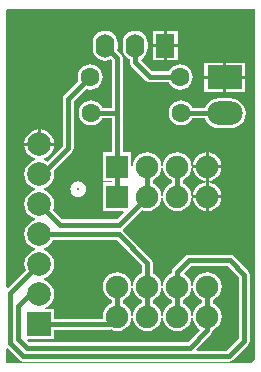
<source format=gtl>
G04 Layer_Physical_Order=1*
G04 Layer_Color=25308*
%FSAX43Y43*%
%MOMM*%
G71*
G01*
G75*
%ADD10C,0.400*%
%ADD11C,0.300*%
%ADD12C,1.905*%
%ADD13R,1.905X1.905*%
%ADD14R,1.905X1.905*%
%ADD15R,2.000X2.000*%
%ADD16C,2.000*%
%ADD17O,3.000X2.000*%
%ADD18R,3.000X2.000*%
%ADD19R,1.600X2.000*%
%ADD20O,1.600X2.000*%
%ADD21C,1.600*%
G36*
X0032303Y0032700D02*
Y0031975D01*
X0032158Y0031915D01*
X0031906Y0031721D01*
X0031712Y0031469D01*
X0031591Y0031176D01*
X0031560Y0030944D01*
X0031432D01*
X0031401Y0031176D01*
X0031280Y0031469D01*
X0031087Y0031721D01*
X0030834Y0031915D01*
X0030541Y0032036D01*
X0030226Y0032078D01*
X0029911Y0032036D01*
X0029618Y0031915D01*
X0029366Y0031721D01*
X0029172Y0031469D01*
X0029051Y0031176D01*
X0029009Y0030861D01*
X0029051Y0030546D01*
X0029172Y0030253D01*
X0029366Y0030000D01*
X0029618Y0029807D01*
X0029763Y0029747D01*
Y0029435D01*
X0029618Y0029375D01*
X0029366Y0029181D01*
X0029172Y0028929D01*
X0029051Y0028636D01*
X0029009Y0028321D01*
X0029019Y0028244D01*
X0028935Y0028149D01*
X0024876D01*
Y0028940D01*
X0024126D01*
X0024101Y0029067D01*
X0024254Y0029131D01*
X0024516Y0029332D01*
X0024717Y0029594D01*
X0024844Y0029899D01*
X0024887Y0030226D01*
X0024844Y0030553D01*
X0024717Y0030858D01*
X0024516Y0031120D01*
X0024254Y0031321D01*
X0023999Y0031427D01*
Y0031565D01*
X0024254Y0031671D01*
X0024516Y0031872D01*
X0024717Y0032134D01*
X0024844Y0032439D01*
X0024887Y0032766D01*
X0024844Y0033093D01*
X0024717Y0033398D01*
X0024516Y0033660D01*
X0024254Y0033861D01*
X0023999Y0033967D01*
Y0034105D01*
X0024254Y0034211D01*
X0024516Y0034412D01*
X0024717Y0034674D01*
X0024788Y0034843D01*
X0030160D01*
X0032303Y0032700D01*
D02*
G37*
G36*
X0036671Y0030546D02*
X0036792Y0030253D01*
X0036986Y0030000D01*
X0037238Y0029807D01*
X0037383Y0029747D01*
Y0029435D01*
X0037238Y0029375D01*
X0036986Y0029181D01*
X0036792Y0028929D01*
X0036671Y0028636D01*
X0036640Y0028404D01*
X0036512D01*
X0036481Y0028636D01*
X0036360Y0028929D01*
X0036167Y0029181D01*
X0035914Y0029375D01*
X0035769Y0029435D01*
Y0029747D01*
X0035914Y0029807D01*
X0036167Y0030000D01*
X0036360Y0030253D01*
X0036481Y0030546D01*
X0036512Y0030778D01*
X0036640D01*
X0036671Y0030546D01*
D02*
G37*
G36*
X0034131Y0040706D02*
X0034252Y0040413D01*
X0034446Y0040160D01*
X0034698Y0039967D01*
X0034843Y0039907D01*
Y0039595D01*
X0034698Y0039535D01*
X0034446Y0039341D01*
X0034252Y0039089D01*
X0034131Y0038796D01*
X0034100Y0038564D01*
X0033972D01*
X0033941Y0038796D01*
X0033820Y0039089D01*
X0033626Y0039341D01*
X0033374Y0039535D01*
X0033229Y0039595D01*
Y0039907D01*
X0033374Y0039967D01*
X0033626Y0040160D01*
X0033820Y0040413D01*
X0033941Y0040706D01*
X0033972Y0040938D01*
X0034100D01*
X0034131Y0040706D01*
D02*
G37*
G36*
X0041874Y0054356D02*
X0041874Y0024684D01*
X0041574Y0024384D01*
X0020918Y0024384D01*
X0020828Y0024474D01*
Y0025582D01*
X0020955Y0025634D01*
X0021933Y0024657D01*
X0021933Y0024657D01*
X0022083Y0024556D01*
X0022260Y0024521D01*
X0022260Y0024521D01*
X0039674D01*
X0039674Y0024521D01*
X0039851Y0024556D01*
X0040001Y0024657D01*
X0041301Y0025957D01*
X0041402Y0026107D01*
X0041437Y0026284D01*
X0041437Y0026284D01*
Y0031884D01*
X0041402Y0032061D01*
X0041301Y0032211D01*
X0041301Y0032211D01*
X0040091Y0033421D01*
X0039941Y0033522D01*
X0039764Y0033557D01*
X0039764Y0033557D01*
X0036284D01*
X0036284Y0033557D01*
X0036107Y0033522D01*
X0035957Y0033421D01*
X0035957Y0033421D01*
X0034979Y0032443D01*
X0034878Y0032293D01*
X0034843Y0032116D01*
X0034843Y0032116D01*
Y0031975D01*
X0034698Y0031915D01*
X0034446Y0031721D01*
X0034252Y0031469D01*
X0034131Y0031176D01*
X0034100Y0030944D01*
X0033972D01*
X0033941Y0031176D01*
X0033820Y0031469D01*
X0033626Y0031721D01*
X0033374Y0031915D01*
X0033229Y0031975D01*
Y0032892D01*
X0033229Y0032892D01*
X0033194Y0033069D01*
X0033093Y0033219D01*
X0033093Y0033219D01*
X0030707Y0035606D01*
X0030698Y0035739D01*
X0030711Y0035765D01*
X0032310Y0037364D01*
X0032451Y0037306D01*
X0032766Y0037264D01*
X0033081Y0037306D01*
X0033374Y0037427D01*
X0033626Y0037620D01*
X0033820Y0037873D01*
X0033941Y0038166D01*
X0033972Y0038398D01*
X0034100D01*
X0034131Y0038166D01*
X0034252Y0037873D01*
X0034446Y0037620D01*
X0034698Y0037427D01*
X0034991Y0037306D01*
X0035306Y0037264D01*
X0035621Y0037306D01*
X0035914Y0037427D01*
X0036167Y0037620D01*
X0036360Y0037873D01*
X0036481Y0038166D01*
X0036512Y0038398D01*
X0036518D01*
Y0038441D01*
X0036523Y0038481D01*
X0036518Y0038521D01*
Y0038564D01*
X0036512D01*
X0036481Y0038796D01*
X0036360Y0039089D01*
X0036167Y0039341D01*
X0035914Y0039535D01*
X0035769Y0039595D01*
Y0039907D01*
X0035914Y0039967D01*
X0036167Y0040160D01*
X0036360Y0040413D01*
X0036481Y0040706D01*
X0036512Y0040938D01*
X0036518D01*
Y0040981D01*
X0036523Y0041021D01*
X0036518Y0041061D01*
Y0041104D01*
X0036512D01*
X0036481Y0041336D01*
X0036360Y0041629D01*
X0036167Y0041881D01*
X0035914Y0042075D01*
X0035621Y0042196D01*
X0035306Y0042238D01*
X0034991Y0042196D01*
X0034698Y0042075D01*
X0034446Y0041881D01*
X0034252Y0041629D01*
X0034131Y0041336D01*
X0034100Y0041104D01*
X0033972D01*
X0033941Y0041336D01*
X0033820Y0041629D01*
X0033626Y0041881D01*
X0033374Y0042075D01*
X0033081Y0042196D01*
X0032766Y0042238D01*
X0032451Y0042196D01*
X0032158Y0042075D01*
X0031906Y0041881D01*
X0031712Y0041629D01*
X0031591Y0041336D01*
X0031560Y0041100D01*
X0031433Y0041108D01*
Y0042227D01*
X0030689D01*
Y0045212D01*
Y0050254D01*
X0030654Y0050431D01*
X0030613Y0050491D01*
X0030553Y0050581D01*
X0030553Y0050581D01*
X0030249Y0050886D01*
X0030273Y0051070D01*
Y0051470D01*
X0030237Y0051745D01*
X0030131Y0052002D01*
X0029962Y0052222D01*
X0029742Y0052391D01*
X0029485Y0052497D01*
X0029210Y0052533D01*
X0028935Y0052497D01*
X0028678Y0052391D01*
X0028458Y0052222D01*
X0028289Y0052002D01*
X0028183Y0051745D01*
X0028147Y0051470D01*
Y0051070D01*
X0028183Y0050795D01*
X0028289Y0050538D01*
X0028458Y0050318D01*
X0028678Y0050149D01*
X0028935Y0050043D01*
X0029210Y0050007D01*
X0029485Y0050043D01*
X0029658Y0050115D01*
X0029763Y0050032D01*
Y0046025D01*
X0028972D01*
X0028935Y0046116D01*
X0028766Y0046336D01*
X0028546Y0046505D01*
X0028289Y0046611D01*
X0028014Y0046647D01*
X0027739Y0046611D01*
X0027482Y0046505D01*
X0027262Y0046336D01*
X0027093Y0046116D01*
X0026987Y0045859D01*
X0026951Y0045584D01*
X0026987Y0045309D01*
X0027093Y0045052D01*
X0027262Y0044832D01*
X0027482Y0044663D01*
X0027739Y0044557D01*
X0028014Y0044521D01*
X0028289Y0044557D01*
X0028546Y0044663D01*
X0028766Y0044832D01*
X0028935Y0045052D01*
X0028954Y0045099D01*
X0029763D01*
Y0042227D01*
X0029020D01*
Y0039814D01*
X0029763D01*
Y0039687D01*
X0029020D01*
Y0037274D01*
X0030746D01*
X0030795Y0037157D01*
X0030184Y0036547D01*
X0025576D01*
X0024774Y0037349D01*
X0024844Y0037519D01*
X0024887Y0037846D01*
X0024844Y0038173D01*
X0024717Y0038478D01*
X0024516Y0038740D01*
X0024254Y0038941D01*
X0023999Y0039047D01*
Y0039185D01*
X0024254Y0039291D01*
X0024516Y0039492D01*
X0024717Y0039754D01*
X0024844Y0040059D01*
X0024887Y0040386D01*
X0024845Y0040701D01*
X0026401Y0042257D01*
X0026401Y0042257D01*
X0026502Y0042407D01*
X0026537Y0042584D01*
Y0046556D01*
X0027596Y0047616D01*
X0027665Y0047587D01*
X0027940Y0047551D01*
X0028215Y0047587D01*
X0028472Y0047693D01*
X0028692Y0047862D01*
X0028861Y0048082D01*
X0028967Y0048339D01*
X0029003Y0048614D01*
X0028967Y0048889D01*
X0028861Y0049146D01*
X0028692Y0049366D01*
X0028472Y0049535D01*
X0028215Y0049641D01*
X0027940Y0049677D01*
X0027665Y0049641D01*
X0027408Y0049535D01*
X0027188Y0049366D01*
X0027019Y0049146D01*
X0026913Y0048889D01*
X0026877Y0048614D01*
X0026913Y0048339D01*
X0026942Y0048270D01*
X0025747Y0047075D01*
X0025646Y0046925D01*
X0025611Y0046748D01*
X0025611Y0046748D01*
Y0042776D01*
X0024290Y0041454D01*
X0024254Y0041481D01*
X0023999Y0041587D01*
Y0041725D01*
X0024254Y0041831D01*
X0024516Y0042032D01*
X0024717Y0042294D01*
X0024844Y0042599D01*
X0024870Y0042799D01*
X0022374D01*
X0022400Y0042599D01*
X0022527Y0042294D01*
X0022728Y0042032D01*
X0022990Y0041831D01*
X0023245Y0041725D01*
Y0041587D01*
X0022990Y0041481D01*
X0022728Y0041280D01*
X0022527Y0041018D01*
X0022400Y0040713D01*
X0022357Y0040386D01*
X0022400Y0040059D01*
X0022527Y0039754D01*
X0022728Y0039492D01*
X0022990Y0039291D01*
X0023245Y0039185D01*
Y0039047D01*
X0022990Y0038941D01*
X0022728Y0038740D01*
X0022527Y0038478D01*
X0022400Y0038173D01*
X0022357Y0037846D01*
X0022400Y0037519D01*
X0022527Y0037214D01*
X0022728Y0036952D01*
X0022990Y0036751D01*
X0023245Y0036645D01*
Y0036507D01*
X0022990Y0036401D01*
X0022728Y0036200D01*
X0022527Y0035938D01*
X0022400Y0035633D01*
X0022357Y0035306D01*
X0022400Y0034979D01*
X0022527Y0034674D01*
X0022728Y0034412D01*
X0022990Y0034211D01*
X0023245Y0034105D01*
Y0033967D01*
X0022990Y0033861D01*
X0022728Y0033660D01*
X0022527Y0033398D01*
X0022400Y0033093D01*
X0022357Y0032766D01*
X0022400Y0032439D01*
X0022470Y0032269D01*
X0020955Y0030754D01*
X0020828Y0030806D01*
X0020828Y0054266D01*
X0020918Y0054356D01*
X0041874Y0054356D01*
D02*
G37*
G36*
X0036671Y0028006D02*
X0036792Y0027713D01*
X0036986Y0027461D01*
X0037173Y0027317D01*
X0037193Y0027158D01*
X0036182Y0026147D01*
X0022768D01*
X0022600Y0026315D01*
X0022649Y0026432D01*
X0024876D01*
Y0027223D01*
X0029591D01*
X0029591Y0027223D01*
X0029681Y0027241D01*
X0029911Y0027146D01*
X0030226Y0027104D01*
X0030541Y0027146D01*
X0030834Y0027267D01*
X0031087Y0027461D01*
X0031280Y0027713D01*
X0031401Y0028006D01*
X0031432Y0028238D01*
X0031560D01*
X0031591Y0028006D01*
X0031712Y0027713D01*
X0031906Y0027461D01*
X0032158Y0027267D01*
X0032451Y0027146D01*
X0032766Y0027104D01*
X0033081Y0027146D01*
X0033374Y0027267D01*
X0033626Y0027461D01*
X0033820Y0027713D01*
X0033941Y0028006D01*
X0033972Y0028238D01*
X0034100D01*
X0034131Y0028006D01*
X0034252Y0027713D01*
X0034446Y0027461D01*
X0034698Y0027267D01*
X0034991Y0027146D01*
X0035306Y0027104D01*
X0035621Y0027146D01*
X0035914Y0027267D01*
X0036167Y0027461D01*
X0036360Y0027713D01*
X0036481Y0028006D01*
X0036512Y0028238D01*
X0036640D01*
X0036671Y0028006D01*
D02*
G37*
G36*
X0040511Y0031692D02*
Y0026476D01*
X0039482Y0025447D01*
X0036957D01*
X0036909Y0025564D01*
X0038173Y0026829D01*
X0038173Y0026829D01*
X0038274Y0026979D01*
X0038309Y0027156D01*
X0038309Y0027156D01*
Y0027207D01*
X0038454Y0027267D01*
X0038707Y0027461D01*
X0038900Y0027713D01*
X0039021Y0028006D01*
X0039063Y0028321D01*
X0039021Y0028636D01*
X0038900Y0028929D01*
X0038707Y0029181D01*
X0038454Y0029375D01*
X0038309Y0029435D01*
Y0029747D01*
X0038454Y0029807D01*
X0038707Y0030000D01*
X0038900Y0030253D01*
X0039021Y0030546D01*
X0039063Y0030861D01*
X0039021Y0031176D01*
X0038900Y0031469D01*
X0038707Y0031721D01*
X0038454Y0031915D01*
X0038161Y0032036D01*
X0037846Y0032078D01*
X0037531Y0032036D01*
X0037238Y0031915D01*
X0036986Y0031721D01*
X0036792Y0031469D01*
X0036671Y0031176D01*
X0036640Y0030944D01*
X0036512D01*
X0036481Y0031176D01*
X0036360Y0031469D01*
X0036167Y0031721D01*
X0035928Y0031904D01*
X0035903Y0031955D01*
X0035886Y0032041D01*
X0036476Y0032631D01*
X0039572D01*
X0040511Y0031692D01*
D02*
G37*
G36*
X0031591Y0030546D02*
X0031712Y0030253D01*
X0031906Y0030000D01*
X0032158Y0029807D01*
X0032303Y0029747D01*
Y0029435D01*
X0032158Y0029375D01*
X0031906Y0029181D01*
X0031712Y0028929D01*
X0031591Y0028636D01*
X0031560Y0028404D01*
X0031432D01*
X0031401Y0028636D01*
X0031280Y0028929D01*
X0031087Y0029181D01*
X0030834Y0029375D01*
X0030689Y0029435D01*
Y0029747D01*
X0030834Y0029807D01*
X0031087Y0030000D01*
X0031280Y0030253D01*
X0031401Y0030546D01*
X0031432Y0030778D01*
X0031560D01*
X0031591Y0030546D01*
D02*
G37*
G36*
X0034131D02*
X0034252Y0030253D01*
X0034446Y0030000D01*
X0034698Y0029807D01*
X0034843Y0029747D01*
Y0029435D01*
X0034698Y0029375D01*
X0034446Y0029181D01*
X0034252Y0028929D01*
X0034131Y0028636D01*
X0034100Y0028404D01*
X0033972D01*
X0033941Y0028636D01*
X0033820Y0028929D01*
X0033626Y0029181D01*
X0033374Y0029375D01*
X0033229Y0029435D01*
Y0029747D01*
X0033374Y0029807D01*
X0033626Y0030000D01*
X0033820Y0030253D01*
X0033941Y0030546D01*
X0033972Y0030778D01*
X0034100D01*
X0034131Y0030546D01*
D02*
G37*
%LPC*%
G36*
X0037719Y0039681D02*
X0037531Y0039656D01*
X0037238Y0039535D01*
X0036986Y0039341D01*
X0036792Y0039089D01*
X0036671Y0038796D01*
X0036646Y0038608D01*
X0037719D01*
Y0039681D01*
D02*
G37*
G36*
Y0040894D02*
X0036646D01*
X0036671Y0040706D01*
X0036792Y0040413D01*
X0036986Y0040160D01*
X0037238Y0039967D01*
X0037531Y0039846D01*
X0037719Y0039821D01*
Y0040894D01*
D02*
G37*
G36*
X0037973Y0039681D02*
Y0038608D01*
X0039046D01*
X0039021Y0038796D01*
X0038900Y0039089D01*
X0038707Y0039341D01*
X0038454Y0039535D01*
X0038161Y0039656D01*
X0037973Y0039681D01*
D02*
G37*
G36*
X0037719Y0038354D02*
X0036646D01*
X0036671Y0038166D01*
X0036792Y0037873D01*
X0036986Y0037620D01*
X0037238Y0037427D01*
X0037531Y0037306D01*
X0037719Y0037281D01*
Y0038354D01*
D02*
G37*
G36*
X0039046D02*
X0037973D01*
Y0037281D01*
X0038161Y0037306D01*
X0038454Y0037427D01*
X0038707Y0037620D01*
X0038900Y0037873D01*
X0039021Y0038166D01*
X0039046Y0038354D01*
D02*
G37*
G36*
X0026917Y0039781D02*
X0026745Y0039756D01*
X0026586Y0039688D01*
X0026449Y0039581D01*
X0026345Y0039442D01*
X0026280Y0039281D01*
X0026259Y0039109D01*
X0026284Y0038937D01*
X0026352Y0038778D01*
X0026459Y0038641D01*
X0026598Y0038537D01*
X0026759Y0038472D01*
X0026931Y0038451D01*
X0027103Y0038476D01*
X0027262Y0038544D01*
X0027399Y0038651D01*
X0027503Y0038790D01*
X0027568Y0038951D01*
X0027589Y0039123D01*
X0027564Y0039295D01*
X0027496Y0039454D01*
X0027389Y0039591D01*
X0027250Y0039695D01*
X0027089Y0039760D01*
X0026917Y0039781D01*
D02*
G37*
G36*
X0039046Y0040894D02*
X0037973D01*
Y0039821D01*
X0038161Y0039846D01*
X0038454Y0039967D01*
X0038707Y0040160D01*
X0038900Y0040413D01*
X0039021Y0040706D01*
X0039046Y0040894D01*
D02*
G37*
G36*
X0041078Y0049838D02*
X0039451D01*
Y0048711D01*
X0041078D01*
Y0049838D01*
D02*
G37*
G36*
X0039197D02*
X0037570D01*
Y0048711D01*
X0039197D01*
Y0049838D01*
D02*
G37*
G36*
X0031750Y0052533D02*
X0031475Y0052497D01*
X0031218Y0052391D01*
X0030998Y0052222D01*
X0030829Y0052002D01*
X0030723Y0051745D01*
X0030687Y0051470D01*
Y0051070D01*
X0030723Y0050795D01*
X0030829Y0050538D01*
X0030998Y0050318D01*
X0031218Y0050149D01*
X0031287Y0050121D01*
Y0049884D01*
X0031287Y0049884D01*
X0031322Y0049707D01*
X0031423Y0049557D01*
X0032693Y0048287D01*
X0032693Y0048287D01*
X0032843Y0048186D01*
X0033020Y0048151D01*
X0033020Y0048151D01*
X0034611D01*
X0034639Y0048082D01*
X0034808Y0047862D01*
X0035028Y0047693D01*
X0035285Y0047587D01*
X0035560Y0047551D01*
X0035835Y0047587D01*
X0036092Y0047693D01*
X0036312Y0047862D01*
X0036481Y0048082D01*
X0036587Y0048339D01*
X0036623Y0048614D01*
X0036587Y0048889D01*
X0036481Y0049146D01*
X0036312Y0049366D01*
X0036092Y0049535D01*
X0035835Y0049641D01*
X0035560Y0049677D01*
X0035285Y0049641D01*
X0035028Y0049535D01*
X0034808Y0049366D01*
X0034639Y0049146D01*
X0034611Y0049077D01*
X0033212D01*
X0032278Y0050010D01*
X0032280Y0050079D01*
X0032303Y0050166D01*
X0032502Y0050318D01*
X0032671Y0050538D01*
X0032777Y0050795D01*
X0032813Y0051070D01*
Y0051470D01*
X0032777Y0051745D01*
X0032671Y0052002D01*
X0032502Y0052222D01*
X0032282Y0052391D01*
X0032025Y0052497D01*
X0031750Y0052533D01*
D02*
G37*
G36*
X0034163Y0051143D02*
X0033236D01*
Y0050016D01*
X0034163D01*
Y0051143D01*
D02*
G37*
G36*
X0035344Y0052524D02*
X0034417D01*
Y0051397D01*
X0035344D01*
Y0052524D01*
D02*
G37*
G36*
X0034163D02*
X0033236D01*
Y0051397D01*
X0034163D01*
Y0052524D01*
D02*
G37*
G36*
X0035344Y0051143D02*
X0034417D01*
Y0050016D01*
X0035344D01*
Y0051143D01*
D02*
G37*
G36*
X0023495Y0044174D02*
X0023295Y0044148D01*
X0022990Y0044021D01*
X0022728Y0043820D01*
X0022527Y0043558D01*
X0022400Y0043253D01*
X0022374Y0043053D01*
X0023495D01*
Y0044174D01*
D02*
G37*
G36*
X0037973Y0042221D02*
Y0041148D01*
X0039046D01*
X0039021Y0041336D01*
X0038900Y0041629D01*
X0038707Y0041881D01*
X0038454Y0042075D01*
X0038161Y0042196D01*
X0037973Y0042221D01*
D02*
G37*
G36*
X0037719D02*
X0037531Y0042196D01*
X0037238Y0042075D01*
X0036986Y0041881D01*
X0036792Y0041629D01*
X0036671Y0041336D01*
X0036646Y0041148D01*
X0037719D01*
Y0042221D01*
D02*
G37*
G36*
X0023749Y0044174D02*
Y0043053D01*
X0024870D01*
X0024844Y0043253D01*
X0024717Y0043558D01*
X0024516Y0043820D01*
X0024254Y0044021D01*
X0023949Y0044148D01*
X0023749Y0044174D01*
D02*
G37*
G36*
X0041078Y0048457D02*
X0039451D01*
Y0047330D01*
X0041078D01*
Y0048457D01*
D02*
G37*
G36*
X0039197D02*
X0037570D01*
Y0047330D01*
X0039197D01*
Y0048457D01*
D02*
G37*
G36*
X0039824Y0046799D02*
X0038824D01*
X0038497Y0046756D01*
X0038192Y0046629D01*
X0037930Y0046428D01*
X0037729Y0046166D01*
X0037670Y0046025D01*
X0036592D01*
X0036555Y0046116D01*
X0036386Y0046336D01*
X0036166Y0046505D01*
X0035909Y0046611D01*
X0035634Y0046647D01*
X0035359Y0046611D01*
X0035102Y0046505D01*
X0034882Y0046336D01*
X0034713Y0046116D01*
X0034607Y0045859D01*
X0034571Y0045584D01*
X0034607Y0045309D01*
X0034713Y0045052D01*
X0034882Y0044832D01*
X0035102Y0044663D01*
X0035359Y0044557D01*
X0035634Y0044521D01*
X0035909Y0044557D01*
X0036166Y0044663D01*
X0036386Y0044832D01*
X0036555Y0045052D01*
X0036574Y0045099D01*
X0037647D01*
X0037729Y0044902D01*
X0037930Y0044640D01*
X0038192Y0044439D01*
X0038497Y0044312D01*
X0038824Y0044269D01*
X0039824D01*
X0040151Y0044312D01*
X0040456Y0044439D01*
X0040718Y0044640D01*
X0040919Y0044902D01*
X0041046Y0045207D01*
X0041089Y0045534D01*
X0041046Y0045861D01*
X0040919Y0046166D01*
X0040718Y0046428D01*
X0040456Y0046629D01*
X0040151Y0046756D01*
X0039824Y0046799D01*
D02*
G37*
%LPD*%
D10*
X0037846Y0027156D02*
Y0028321D01*
X0036374Y0025684D02*
X0037846Y0027156D01*
X0022576Y0025684D02*
X0036374D01*
X0021844Y0026416D02*
X0022576Y0025684D01*
X0022260Y0024984D02*
X0039674D01*
X0021190Y0026054D02*
X0022260Y0024984D01*
X0039674D02*
X0040974Y0026284D01*
Y0031884D01*
X0030226Y0038481D02*
Y0041021D01*
X0023622Y0027686D02*
X0029591D01*
X0030226Y0028321D01*
X0033020Y0048614D02*
X0035560D01*
X0031750Y0049884D02*
X0033020Y0048614D01*
X0031750Y0049884D02*
Y0051270D01*
X0027940Y0045562D02*
X0030226D01*
Y0041021D02*
Y0045212D01*
Y0050254D01*
X0023622Y0040386D02*
X0023876D01*
X0027813Y0048487D02*
X0028067D01*
X0029210Y0051270D02*
X0030226Y0050254D01*
X0022860Y0030226D02*
X0023622D01*
X0021844Y0029210D02*
X0022860Y0030226D01*
X0021844Y0026416D02*
Y0029210D01*
X0021190Y0030334D02*
X0023622Y0032766D01*
X0021190Y0026054D02*
Y0030334D01*
X0037846Y0028321D02*
Y0030861D01*
X0032766Y0041021D02*
Y0041066D01*
Y0038481D02*
Y0041021D01*
X0035306Y0038481D02*
Y0041021D01*
Y0030861D02*
Y0032116D01*
X0036284Y0033094D01*
X0039764D01*
X0035384Y0045562D02*
X0039324D01*
X0023876Y0040386D02*
X0026074Y0042584D01*
Y0046748D01*
X0027813Y0048487D01*
X0030226Y0028321D02*
Y0030861D01*
X0032766Y0028321D02*
Y0030861D01*
X0035306Y0028321D02*
Y0030861D01*
X0023622Y0037846D02*
X0025384Y0036084D01*
X0030376D01*
X0032766Y0038474D01*
Y0038481D01*
X0023622Y0035306D02*
X0030352D01*
X0032766Y0032892D01*
Y0030861D02*
Y0032892D01*
X0039764Y0033094D02*
X0040974Y0031884D01*
D11*
X0026924Y0039116D02*
D03*
D12*
X0037846Y0030861D02*
D03*
X0035306D02*
D03*
X0032766D02*
D03*
X0030226D02*
D03*
X0037846Y0038481D02*
D03*
X0035306D02*
D03*
X0032766D02*
D03*
X0030226Y0028321D02*
D03*
X0035306Y0041021D02*
D03*
X0037846D02*
D03*
Y0028321D02*
D03*
X0035306D02*
D03*
X0032766D02*
D03*
Y0041021D02*
D03*
D13*
X0030226Y0038481D02*
D03*
D14*
Y0041021D02*
D03*
D15*
X0023622Y0027686D02*
D03*
D16*
Y0030226D02*
D03*
Y0032766D02*
D03*
Y0035306D02*
D03*
Y0037846D02*
D03*
Y0040386D02*
D03*
Y0042926D02*
D03*
D17*
X0039324Y0045534D02*
D03*
D18*
Y0048584D02*
D03*
D19*
X0034290Y0051270D02*
D03*
D20*
X0031750D02*
D03*
X0029210D02*
D03*
D21*
X0035560Y0048614D02*
D03*
X0027940D02*
D03*
X0028014Y0045584D02*
D03*
X0035634D02*
D03*
M02*

</source>
